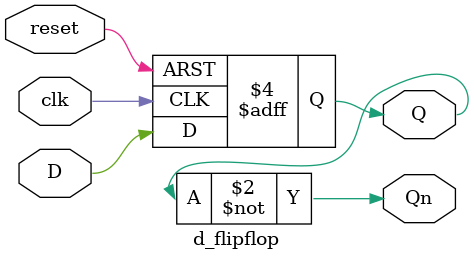
<source format=v>
module d_flipflop(
    input D,             // Data input to store
    input clk,           // Clock input (posedge triggers state change)
    input reset,          // reset button
    output reg Q,        // Stored output
    output Qn            // Inverted output
);

    // defined startup state
    initial  begin
        Q = 0;
    end

    // Edge-sensitive behavior:
    // Trigger when clk transitions from 0 to 1 or when reset from 0 to 1
    always @(posedge clk or posedge reset) begin
        if (reset)
            Q <= 1'b0;
        else
            Q <= D;
    end

    // Continuous assignment for logical inversion of Q
    assign Qn = ~Q;

endmodule
</source>
